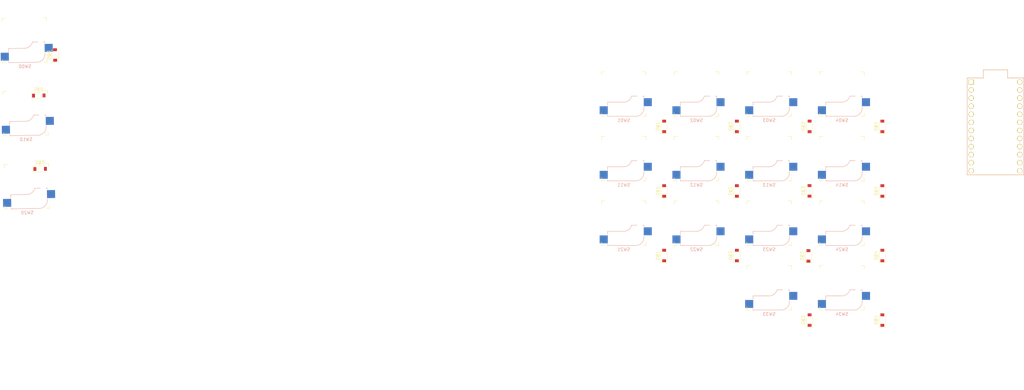
<source format=kicad_pcb>
(kicad_pcb (version 20211014) (generator pcbnew)
  (layers (0 "F.Cu" signal) (31 "B.Cu" signal) (34 "B.Paste" user) (35 "F.Paste" user) (36 "B.SilkS" user "B.Silkscreen") (37 "F.SilkS" user "F.Silkscreen") (38 "B.Mask" user) (39 "F.Mask" user) (44 "Edge.Cuts" user))
  (net 0 "")
  (net 1 "Net-(D10-Pad2)")
  (net 2 "Net-(D11-Pad2)")
  (net 3 "Net-(D12-Pad2)")
  (net 4 "Net-(D13-Pad1)")
  (net 5 "Net-(D13-Pad2)")
  (net 6 "Net-(D14-Pad2)")
  (net 7 "Net-(SW00-Pad1)")
  (net 8 "Net-(SW01-Pad1)")
  (net 9 "Net-(SW02-Pad1)")
  (net 10 "Net-(SW03-Pad1)")
  (net 11 "Net-(SW04-Pad1)")
  (net 28 "Net-(D00-Pad1)")
  (net 29 "Net-(D00-Pad2)")
  (net 30 "Net-(D01-Pad2)")
  (net 31 "Net-(D02-Pad2)")
  (net 32 "Net-(D03-Pad2)")
  (net 33 "Net-(D04-Pad2)")
  (net 34 "Net-(D23-Pad1)")
  (net 35 "Net-(D20-Pad2)")
  (net 36 "Net-(D21-Pad2)")
  (net 37 "Net-(D22-Pad2)")
  (net 38 "Net-(D23-Pad2)")
  (net 39 "Net-(D24-Pad2)")
  (net 40 "Net-(D33-Pad1)")
  (net 41 "Net-(D33-Pad2)")
  (net 42 "Net-(D34-Pad2)")
  (footprint "Diode_SMD:D_SOD-123" (layer "F.Cu") (at 147.32 78.74 90)
    (fp_text reference "D04" (at 0 -2 90) (layer "F.SilkS"))
    (fp_text value "1N4148")
    (fp_text user "K" (at 0 -1.8 90) (layer "F.SilkS"))
    (pad "1" smd rect (at -1.65 0 90) (size 0.9 1.2) (layers "F.Cu" "F.Paste" "F.Mask") (net 28 "Net-(D00-Pad1)"))
    (pad "2" smd rect (at 1.65 0 90) (size 0.9 1.2) (layers "F.Cu" "F.Paste" "F.Mask") (net 33 "Net-(D04-Pad2)"))
  )
  (footprint "keyswitches:Kailh_socket_MX" (layer "F.Cu") (at 88.9 68.58 180)
    (fp_text reference "SW02" (at 0 -8.255) (layer "B.SilkS") (effects (justify mirror)))
    (fp_text value "SW_Push")
    (pad "" np_thru_hole circle locked (at -5.08 0 180) (size 1.7018 1.7018) (drill 1.7018) (layers *.Cu *.Mask))
    (pad "" np_thru_hole circle locked (at 5.08 0 180) (size 1.7018 1.7018) (drill 1.7018) (layers *.Cu *.Mask))
    (pad "" np_thru_hole circle locked (at 0 0 180) (size 3.9878 3.9878) (drill 3.9878) (layers *.Cu *.Mask))
    (pad "" np_thru_hole circle locked (at 2.54 -5.08 180) (size 3 3) (drill 3) (layers *.Cu *.Mask))
    (pad "" np_thru_hole circle locked (at -3.81 -2.54 180) (size 3 3) (drill 3) (layers *.Cu *.Mask))
    (pad "1" smd rect locked (at 6.29 -5.08 180) (size 2.55 2.5) (layers "B.Cu" "B.Paste" "B.Mask") (net 9 "Net-(SW02-Pad1)"))
    (pad "2" smd rect locked (at -7.56 -2.54 180) (size 2.55 2.5) (layers "B.Cu" "B.Paste" "B.Mask") (net 31 "Net-(D02-Pad2)"))
  )
  (footprint "keyswitches:Kailh_socket_MX" (layer "F.Cu") (at 66.04 68.58 180)
    (fp_text reference "SW01" (at 0 -8.255) (layer "B.SilkS") (effects (justify mirror)))
    (fp_text value "SW_Push")
    (pad "" np_thru_hole circle locked (at 2.54 -5.08 180) (size 3 3) (drill 3) (layers *.Cu *.Mask))
    (pad "" np_thru_hole circle locked (at 0 0 180) (size 3.9878 3.9878) (drill 3.9878) (layers *.Cu *.Mask))
    (pad "" np_thru_hole circle locked (at -3.81 -2.54 180) (size 3 3) (drill 3) (layers *.Cu *.Mask))
    (pad "" np_thru_hole circle locked (at -5.08 0 180) (size 1.7018 1.7018) (drill 1.7018) (layers *.Cu *.Mask))
    (pad "" np_thru_hole circle locked (at 5.08 0 180) (size 1.7018 1.7018) (drill 1.7018) (layers *.Cu *.Mask))
    (pad "1" smd rect locked (at 6.29 -5.08 180) (size 2.55 2.5) (layers "B.Cu" "B.Paste" "B.Mask") (net 8 "Net-(SW01-Pad1)"))
    (pad "2" smd rect locked (at -7.56 -2.54 180) (size 2.55 2.5) (layers "B.Cu" "B.Paste" "B.Mask") (net 30 "Net-(D01-Pad2)"))
  )
  (footprint "keyswitches:Kailh_socket_MX" (layer "F.Cu") (at 134.62 88.9 180)
    (fp_text reference "SW14" (at 0 -8.255) (layer "B.SilkS") (effects (justify mirror)))
    (fp_text value "SW_Push")
    (pad "" np_thru_hole circle locked (at -5.08 0 180) (size 1.7018 1.7018) (drill 1.7018) (layers *.Cu *.Mask))
    (pad "" np_thru_hole circle locked (at 0 0 180) (size 3.9878 3.9878) (drill 3.9878) (layers *.Cu *.Mask))
    (pad "" np_thru_hole circle locked (at -3.81 -2.54 180) (size 3 3) (drill 3) (layers *.Cu *.Mask))
    (pad "" np_thru_hole circle locked (at 2.54 -5.08 180) (size 3 3) (drill 3) (layers *.Cu *.Mask))
    (pad "" np_thru_hole circle locked (at 5.08 0 180) (size 1.7018 1.7018) (drill 1.7018) (layers *.Cu *.Mask))
    (pad "1" smd rect locked (at 6.29 -5.08 180) (size 2.55 2.5) (layers "B.Cu" "B.Paste" "B.Mask") (net 11 "Net-(SW04-Pad1)"))
    (pad "2" smd rect locked (at -7.56 -2.54 180) (size 2.55 2.5) (layers "B.Cu" "B.Paste" "B.Mask") (net 6 "Net-(D14-Pad2)"))
  )
  (footprint "Diode_SMD:D_SOD-123" (layer "F.Cu") (at -117.377739 92.126354 1)
    (fp_text reference "D20" (at 0 -2 1) (layer "F.SilkS"))
    (fp_text value "1N4148")
    (fp_text user "K" (at 0 -1.8 1) (layer "F.SilkS"))
    (pad "1" smd rect (at -1.65 0 1) (size 0.9 1.2) (layers "F.Cu" "F.Paste" "F.Mask") (net 34 "Net-(D23-Pad1)"))
    (pad "2" smd rect (at 1.65 0 1) (size 0.9 1.2) (layers "F.Cu" "F.Paste" "F.Mask") (net 35 "Net-(D20-Pad2)"))
  )
  (footprint "keyswitches:Kailh_socket_MX" (layer "F.Cu") (at 111.76 68.58 180)
    (fp_text reference "SW03" (at 0 -8.255) (layer "B.SilkS") (effects (justify mirror)))
    (fp_text value "SW_Push")
    (pad "" np_thru_hole circle locked (at -5.08 0 180) (size 1.7018 1.7018) (drill 1.7018) (layers *.Cu *.Mask))
    (pad "" np_thru_hole circle locked (at 2.54 -5.08 180) (size 3 3) (drill 3) (layers *.Cu *.Mask))
    (pad "" np_thru_hole circle locked (at 5.08 0 180) (size 1.7018 1.7018) (drill 1.7018) (layers *.Cu *.Mask))
    (pad "" np_thru_hole circle locked (at -3.81 -2.54 180) (size 3 3) (drill 3) (layers *.Cu *.Mask))
    (pad "" np_thru_hole circle locked (at 0 0 180) (size 3.9878 3.9878) (drill 3.9878) (layers *.Cu *.Mask))
    (pad "1" smd rect locked (at 6.29 -5.08 180) (size 2.55 2.5) (layers "B.Cu" "B.Paste" "B.Mask") (net 10 "Net-(SW03-Pad1)"))
    (pad "2" smd rect locked (at -7.56 -2.54 180) (size 2.55 2.5) (layers "B.Cu" "B.Paste" "B.Mask") (net 32 "Net-(D03-Pad2)"))
  )
  (footprint "keyswitches:Kailh_socket_MX" (layer "F.Cu") (at -121.943749 74.596881 -179)
    (fp_text reference "SW10" (at 0 -8.255 -359) (layer "B.SilkS") (effects (justify mirror)))
    (fp_text value "SW_Push")
    (pad "" np_thru_hole circle locked (at -5.08 0 181) (size 1.7018 1.7018) (drill 1.7018) (layers *.Cu *.Mask))
    (pad "" np_thru_hole circle locked (at 2.54 -5.08 181) (size 3 3) (drill 3) (layers *.Cu *.Mask))
    (pad "" np_thru_hole circle locked (at -3.81 -2.54 181) (size 3 3) (drill 3) (layers *.Cu *.Mask))
    (pad "" np_thru_hole circle locked (at 0 0 181) (size 3.9878 3.9878) (drill 3.9878) (layers *.Cu *.Mask))
    (pad "" np_thru_hole circle locked (at 5.08 0 181) (size 1.7018 1.7018) (drill 1.7018) (layers *.Cu *.Mask))
    (pad "1" smd rect locked (at 6.29 -5.08 181) (size 2.55 2.5) (layers "B.Cu" "B.Paste" "B.Mask") (net 7 "Net-(SW00-Pad1)"))
    (pad "2" smd rect locked (at -7.56 -2.54 181) (size 2.55 2.5) (layers "B.Cu" "B.Paste" "B.Mask") (net 1 "Net-(D10-Pad2)"))
  )
  (footprint "Diode_SMD:D_SOD-123" (layer "F.Cu") (at 101.6 119.38 90)
    (fp_text reference "D22" (at 0 -2 90) (layer "F.SilkS"))
    (fp_text value "1N4148")
    (fp_text user "K" (at 0 -1.8 90) (layer "F.SilkS"))
    (pad "1" smd rect (at -1.65 0 90) (size 0.9 1.2) (layers "F.Cu" "F.Paste" "F.Mask") (net 34 "Net-(D23-Pad1)"))
    (pad "2" smd rect (at 1.65 0 90) (size 0.9 1.2) (layers "F.Cu" "F.Paste" "F.Mask") (net 37 "Net-(D22-Pad2)"))
  )
  (footprint "Diode_SMD:D_SOD-123" (layer "F.Cu") (at 124.46 139.7 90)
    (fp_text reference "D33" (at 0 -2 90) (layer "F.SilkS"))
    (fp_text value "1N4148")
    (fp_text user "K" (at 0 -1.8 90) (layer "F.SilkS"))
    (pad "1" smd rect (at -1.65 0 90) (size 0.9 1.2) (layers "F.Cu" "F.Paste" "F.Mask") (net 40 "Net-(D33-Pad1)"))
    (pad "2" smd rect (at 1.65 0 90) (size 0.9 1.2) (layers "F.Cu" "F.Paste" "F.Mask") (net 41 "Net-(D33-Pad2)"))
  )
  (footprint "keyswitches:Kailh_socket_MX" (layer "F.Cu") (at 111.76 88.9 180)
    (fp_text reference "SW13" (at 0 -8.255) (layer "B.SilkS") (effects (justify mirror)))
    (fp_text value "SW_Push")
    (pad "" np_thru_hole circle locked (at 0 0 180) (size 3.9878 3.9878) (drill 3.9878) (layers *.Cu *.Mask))
    (pad "" np_thru_hole circle locked (at -5.08 0 180) (size 1.7018 1.7018) (drill 1.7018) (layers *.Cu *.Mask))
    (pad "" np_thru_hole circle locked (at -3.81 -2.54 180) (size 3 3) (drill 3) (layers *.Cu *.Mask))
    (pad "" np_thru_hole circle locked (at 2.54 -5.08 180) (size 3 3) (drill 3) (layers *.Cu *.Mask))
    (pad "" np_thru_hole circle locked (at 5.08 0 180) (size 1.7018 1.7018) (drill 1.7018) (layers *.Cu *.Mask))
    (pad "1" smd rect locked (at 6.29 -5.08 180) (size 2.55 2.5) (layers "B.Cu" "B.Paste" "B.Mask") (net 10 "Net-(SW03-Pad1)"))
    (pad "2" smd rect locked (at -7.56 -2.54 180) (size 2.55 2.5) (layers "B.Cu" "B.Paste" "B.Mask") (net 5 "Net-(D13-Pad2)"))
  )
  (footprint "Diode_SMD:D_SOD-123" (layer "F.Cu") (at 78.74 119.38 90)
    (fp_text reference "D21" (at 0 -2 90) (layer "F.SilkS"))
    (fp_text value "1N4148")
    (fp_text user "K" (at 0 -1.8 90) (layer "F.SilkS"))
    (pad "1" smd rect (at -1.65 0 90) (size 0.9 1.2) (layers "F.Cu" "F.Paste" "F.Mask") (net 34 "Net-(D23-Pad1)"))
    (pad "2" smd rect (at 1.65 0 90) (size 0.9 1.2) (layers "F.Cu" "F.Paste" "F.Mask") (net 36 "Net-(D21-Pad2)"))
  )
  (footprint "keyswitches:Kailh_socket_MX" (layer "F.Cu") (at -121.56 97.63 -179)
    (fp_text reference "SW20" (at 0 -8.255 -359) (layer "B.SilkS") (effects (justify mirror)))
    (fp_text value "SW_Push")
    (pad "" np_thru_hole circle locked (at -5.08 0 181) (size 1.7018 1.7018) (drill 1.7018) (layers *.Cu *.Mask))
    (pad "" np_thru_hole circle locked (at -3.81 -2.54 181) (size 3 3) (drill 3) (layers *.Cu *.Mask))
    (pad "" np_thru_hole circle locked (at 5.08 0 181) (size 1.7018 1.7018) (drill 1.7018) (layers *.Cu *.Mask))
    (pad "" np_thru_hole circle locked (at 2.54 -5.08 181) (size 3 3) (drill 3) (layers *.Cu *.Mask))
    (pad "" np_thru_hole circle locked (at 0 0 181) (size 3.9878 3.9878) (drill 3.9878) (layers *.Cu *.Mask))
    (pad "1" smd rect locked (at 6.29 -5.08 181) (size 2.55 2.5) (layers "B.Cu" "B.Paste" "B.Mask") (net 7 "Net-(SW00-Pad1)"))
    (pad "2" smd rect locked (at -7.56 -2.54 181) (size 2.55 2.5) (layers "B.Cu" "B.Paste" "B.Mask") (net 35 "Net-(D20-Pad2)"))
  )
  (footprint "Diode_SMD:D_SOD-123" (layer "F.Cu") (at 78.74 99.06 90)
    (fp_text reference "D11" (at 0 -2 90) (layer "F.SilkS"))
    (fp_text value "1N4148")
    (fp_text user "K" (at 0 -1.8 90) (layer "F.SilkS"))
    (pad "1" smd rect (at -1.65 0 90) (size 0.9 1.2) (layers "F.Cu" "F.Paste" "F.Mask") (net 4 "Net-(D13-Pad1)"))
    (pad "2" smd rect (at 1.65 0 90) (size 0.9 1.2) (layers "F.Cu" "F.Paste" "F.Mask") (net 2 "Net-(D11-Pad2)"))
  )
  (footprint "keyswitches:Kailh_socket_MX" (layer "F.Cu") (at 111.76 109.22 180)
    (fp_text reference "SW23" (at 0 -8.255) (layer "B.SilkS") (effects (justify mirror)))
    (fp_text value "SW_Push")
    (pad "" np_thru_hole circle locked (at 0 0 180) (size 3.9878 3.9878) (drill 3.9878) (layers *.Cu *.Mask))
    (pad "" np_thru_hole circle locked (at -3.81 -2.54 180) (size 3 3) (drill 3) (layers *.Cu *.Mask))
    (pad "" np_thru_hole circle locked (at 2.54 -5.08 180) (size 3 3) (drill 3) (layers *.Cu *.Mask))
    (pad "" np_thru_hole circle locked (at 5.08 0 180) (size 1.7018 1.7018) (drill 1.7018) (layers *.Cu *.Mask))
    (pad "" np_thru_hole circle locked (at -5.08 0 180) (size 1.7018 1.7018) (drill 1.7018) (layers *.Cu *.Mask))
    (pad "1" smd rect locked (at 6.29 -5.08 180) (size 2.55 2.5) (layers "B.Cu" "B.Paste" "B.Mask") (net 10 "Net-(SW03-Pad1)"))
    (pad "2" smd rect locked (at -7.56 -2.54 180) (size 2.55 2.5) (layers "B.Cu" "B.Paste" "B.Mask") (net 38 "Net-(D23-Pad2)"))
  )
  (footprint "Diode_SMD:D_SOD-123" (layer "F.Cu") (at 101.6 78.74 90)
    (fp_text reference "D02" (at 0 -2 90) (layer "F.SilkS"))
    (fp_text value "1N4148")
    (fp_text user "K" (at 0 -1.8 90) (layer "F.SilkS"))
    (pad "1" smd rect (at -1.65 0 90) (size 0.9 1.2) (layers "F.Cu" "F.Paste" "F.Mask") (net 28 "Net-(D00-Pad1)"))
    (pad "2" smd rect (at 1.65 0 90) (size 0.9 1.2) (layers "F.Cu" "F.Paste" "F.Mask") (net 31 "Net-(D02-Pad2)"))
  )
  (footprint "keyswitches:Kailh_socket_MX" (layer "F.Cu") (at 66.04 109.22 180)
    (fp_text reference "SW21" (at 0 -8.255) (layer "B.SilkS") (effects (justify mirror)))
    (fp_text value "SW_Push")
    (pad "" np_thru_hole circle locked (at 0 0 180) (size 3.9878 3.9878) (drill 3.9878) (layers *.Cu *.Mask))
    (pad "" np_thru_hole circle locked (at -3.81 -2.54 180) (size 3 3) (drill 3) (layers *.Cu *.Mask))
    (pad "" np_thru_hole circle locked (at 5.08 0 180) (size 1.7018 1.7018) (drill 1.7018) (layers *.Cu *.Mask))
    (pad "" np_thru_hole circle locked (at 2.54 -5.08 180) (size 3 3) (drill 3) (layers *.Cu *.Mask))
    (pad "" np_thru_hole circle locked (at -5.08 0 180) (size 1.7018 1.7018) (drill 1.7018) (layers *.Cu *.Mask))
    (pad "1" smd rect locked (at 6.29 -5.08 180) (size 2.55 2.5) (layers "B.Cu" "B.Paste" "B.Mask") (net 8 "Net-(SW01-Pad1)"))
    (pad "2" smd rect locked (at -7.56 -2.54 180) (size 2.55 2.5) (layers "B.Cu" "B.Paste" "B.Mask") (net 36 "Net-(D21-Pad2)"))
  )
  (footprint "keyswitches:Kailh_socket_MX" (layer "F.Cu") (at 111.76 129.54 180)
    (fp_text reference "SW33" (at 0 -8.255) (layer "B.SilkS") (effects (justify mirror)))
    (fp_text value "SW_Push")
    (pad "" np_thru_hole circle locked (at 5.08 0 180) (size 1.7018 1.7018) (drill 1.7018) (layers *.Cu *.Mask))
    (pad "" np_thru_hole circle locked (at -5.08 0 180) (size 1.7018 1.7018) (drill 1.7018) (layers *.Cu *.Mask))
    (pad "" np_thru_hole circle locked (at 2.54 -5.08 180) (size 3 3) (drill 3) (layers *.Cu *.Mask))
    (pad "" np_thru_hole circle locked (at -3.81 -2.54 180) (size 3 3) (drill 3) (layers *.Cu *.Mask))
    (pad "" np_thru_hole circle locked (at 0 0 180) (size 3.9878 3.9878) (drill 3.9878) (layers *.Cu *.Mask))
    (pad "1" smd rect locked (at 6.29 -5.08 180) (size 2.55 2.5) (layers "B.Cu" "B.Paste" "B.Mask") (net 10 "Net-(SW03-Pad1)"))
    (pad "2" smd rect locked (at -7.56 -2.54 180) (size 2.55 2.5) (layers "B.Cu" "B.Paste" "B.Mask") (net 41 "Net-(D33-Pad2)"))
  )
  (footprint "Diode_SMD:D_SOD-123" (layer "F.Cu") (at 147.32 119.38 90)
    (fp_text reference "D24" (at 0 -2 90) (layer "F.SilkS"))
    (fp_text value "1N4148")
    (fp_text user "K" (at 0 -1.8 90) (layer "F.SilkS"))
    (pad "1" smd rect (at -1.65 0 90) (size 0.9 1.2) (layers "F.Cu" "F.Paste" "F.Mask") (net 34 "Net-(D23-Pad1)"))
    (pad "2" smd rect (at 1.65 0 90) (size 0.9 1.2) (layers "F.Cu" "F.Paste" "F.Mask") (net 39 "Net-(D24-Pad2)"))
  )
  (footprint "Diode_SMD:D_SOD-123" (layer "F.Cu") (at 124.46 78.74 90)
    (fp_text reference "D03" (at 0 -2 90) (layer "F.SilkS"))
    (fp_text value "1N4148")
    (fp_text user "K" (at 0 -1.8 90) (layer "F.SilkS"))
    (pad "1" smd rect (at -1.65 0 90) (size 0.9 1.2) (layers "F.Cu" "F.Paste" "F.Mask") (net 28 "Net-(D00-Pad1)"))
    (pad "2" smd rect (at 1.65 0 90) (size 0.9 1.2) (layers "F.Cu" "F.Paste" "F.Mask") (net 32 "Net-(D03-Pad2)"))
  )
  (footprint "Diode_SMD:D_SOD-123" (layer "F.Cu") (at -112.690034 56.269642 91)
    (fp_text reference "D00" (at 0 -2 91) (layer "F.SilkS"))
    (fp_text value "1N4148")
    (fp_text user "K" (at 0 -1.8 91) (layer "F.SilkS"))
    (pad "1" smd rect (at -1.65 0 91) (size 0.9 1.2) (layers "F.Cu" "F.Paste" "F.Mask") (net 28 "Net-(D00-Pad1)"))
    (pad "2" smd rect (at 1.65 0 91) (size 0.9 1.2) (layers "F.Cu" "F.Paste" "F.Mask") (net 29 "Net-(D00-Pad2)"))
  )
  (footprint "keyswitches:Kailh_socket_MX" (layer "F.Cu") (at 88.9 109.22 180)
    (fp_text reference "SW22" (at 0 -8.255) (layer "B.SilkS") (effects (justify mirror)))
    (fp_text value "SW_Push")
    (pad "" np_thru_hole circle locked (at 2.54 -5.08 180) (size 3 3) (drill 3) (layers *.Cu *.Mask))
    (pad "" np_thru_hole circle locked (at -5.08 0 180) (size 1.7018 1.7018) (drill 1.7018) (layers *.Cu *.Mask))
    (pad "" np_thru_hole circle locked (at 5.08 0 180) (size 1.7018 1.7018) (drill 1.7018) (layers *.Cu *.Mask))
    (pad "" np_thru_hole circle locked (at -3.81 -2.54 180) (size 3 3) (drill 3) (layers *.Cu *.Mask))
    (pad "" np_thru_hole circle locked (at 0 0 180) (size 3.9878 3.9878) (drill 3.9878) (layers *.Cu *.Mask))
    (pad "1" smd rect locked (at 6.29 -5.08 180) (size 2.55 2.5) (layers "B.Cu" "B.Paste" "B.Mask") (net 9 "Net-(SW02-Pad1)"))
    (pad "2" smd rect locked (at -7.56 -2.54 180) (size 2.55 2.5) (layers "B.Cu" "B.Paste" "B.Mask") (net 37 "Net-(D22-Pad2)"))
  )
  (footprint "keyswitches:Kailh_socket_MX" (layer "F.Cu") (at 66.04 88.9 180)
    (fp_text reference "SW11" (at 0 -8.255) (layer "B.SilkS") (effects (justify mirror)))
    (fp_text value "SW_Push")
    (pad "" np_thru_hole circle locked (at 2.54 -5.08 180) (size 3 3) (drill 3) (layers *.Cu *.Mask))
    (pad "" np_thru_hole circle locked (at -3.81 -2.54 180) (size 3 3) (drill 3) (layers *.Cu *.Mask))
    (pad "" np_thru_hole circle locked (at -5.08 0 180) (size 1.7018 1.7018) (drill 1.7018) (layers *.Cu *.Mask))
    (pad "" np_thru_hole circle locked (at 5.08 0 180) (size 1.7018 1.7018) (drill 1.7018) (layers *.Cu *.Mask))
    (pad "" np_thru_hole circle locked (at 0 0 180) (size 3.9878 3.9878) (drill 3.9878) (layers *.Cu *.Mask))
    (pad "1" smd rect locked (at 6.29 -5.08 180) (size 2.55 2.5) (layers "B.Cu" "B.Paste" "B.Mask") (net 8 "Net-(SW01-Pad1)"))
    (pad "2" smd rect locked (at -7.56 -2.54 180) (size 2.55 2.5) (layers "B.Cu" "B.Paste" "B.Mask") (net 2 "Net-(D11-Pad2)"))
  )
  (footprint "keyswitches:Kailh_socket_MX" (layer "F.Cu") (at 134.62 129.54 180)
    (fp_text reference "SW34" (at 0 -8.255) (layer "B.SilkS") (effects (justify mirror)))
    (fp_text value "SW_Push")
    (pad "" np_thru_hole circle locked (at -3.81 -2.54 180) (size 3 3) (drill 3) (layers *.Cu *.Mask))
    (pad "" np_thru_hole circle locked (at 5.08 0 180) (size 1.7018 1.7018) (drill 1.7018) (layers *.Cu *.Mask))
    (pad "" np_thru_hole circle locked (at 2.54 -5.08 180) (size 3 3) (drill 3) (layers *.Cu *.Mask))
    (pad "" np_thru_hole circle locked (at 0 0 180) (size 3.9878 3.9878) (drill 3.9878) (layers *.Cu *.Mask))
    (pad "" np_thru_hole circle locked (at -5.08 0 180) (size 1.7018 1.7018) (drill 1.7018) (layers *.Cu *.Mask))
    (pad "1" smd rect locked (at 6.29 -5.08 180) (size 2.55 2.5) (layers "B.Cu" "B.Paste" "B.Mask") (net 11 "Net-(SW04-Pad1)"))
    (pad "2" smd rect locked (at -7.56 -2.54 180) (size 2.55 2.5) (layers "B.Cu" "B.Paste" "B.Mask") (net 42 "Net-(D34-Pad2)"))
  )
  (footprint "Diode_SMD:D_SOD-123" (layer "F.Cu") (at 78.74 78.74 90)
    (fp_text reference "D01" (at 0 -2 90) (layer "F.SilkS"))
    (fp_text value "1N4148")
    (fp_text user "K" (at 0 -1.8 90) (layer "F.SilkS"))
    (pad "1" smd rect (at -1.65 0 90) (size 0.9 1.2) (layers "F.Cu" "F.Paste" "F.Mask") (net 28 "Net-(D00-Pad1)"))
    (pad "2" smd rect (at 1.65 0 90) (size 0.9 1.2) (layers "F.Cu" "F.Paste" "F.Mask") (net 30 "Net-(D01-Pad2)"))
  )
  (footprint "keyswitches:Kailh_socket_MX" (layer "F.Cu") (at -122.295194 51.62 -179)
    (fp_text reference "SW00" (at 0 -8.255 -359) (layer "B.SilkS") (effects (justify mirror)))
    (fp_text value "SW_Push")
    (pad "" np_thru_hole circle locked (at 5.08 0 181) (size 1.7018 1.7018) (drill 1.7018) (layers *.Cu *.Mask))
    (pad "" np_thru_hole circle locked (at 2.54 -5.08 181) (size 3 3) (drill 3) (layers *.Cu *.Mask))
    (pad "" np_thru_hole circle locked (at -5.08 0 181) (size 1.7018 1.7018) (drill 1.7018) (layers *.Cu *.Mask))
    (pad "" np_thru_hole circle locked (at 0 0 181) (size 3.9878 3.9878) (drill 3.9878) (layers *.Cu *.Mask))
    (pad "" np_thru_hole circle locked (at -3.81 -2.54 181) (size 3 3) (drill 3) (layers *.Cu *.Mask))
    (pad "1" smd rect locked (at 6.29 -5.08 181) (size 2.55 2.5) (layers "B.Cu" "B.Paste" "B.Mask") (net 7 "Net-(SW00-Pad1)"))
    (pad "2" smd rect locked (at -7.56 -2.54 181) (size 2.55 2.5) (layers "B.Cu" "B.Paste" "B.Mask") (net 29 "Net-(D00-Pad2)"))
  )
  (footprint "Diode_SMD:D_SOD-123" (layer "F.Cu") (at 124.433878 99.02674 90)
    (fp_text reference "D13" (at 0 -2 90) (layer "F.SilkS"))
    (fp_text value "1N4148")
    (fp_text user "K" (at 0 -1.8 90) (layer "F.SilkS"))
    (pad "1" smd rect (at -1.65 0 90) (size 0.9 1.2) (layers "F.Cu" "F.Paste" "F.Mask") (net 4 "Net-(D13-Pad1)"))
    (pad "2" smd rect (at 1.65 0 90) (size 0.9 1.2) (layers "F.Cu" "F.Paste" "F.Mask") (net 5 "Net-(D13-Pad2)"))
  )
  (footprint "Diode_SMD:D_SOD-123" (layer "F.Cu") (at 147.32 139.7 90)
    (fp_text reference "D34" (at 0 -2 90) (layer "F.SilkS"))
    (fp_text value "1N4148")
    (fp_text user "K" (at 0 -1.8 90) (layer "F.SilkS"))
    (pad "1" smd rect (at -1.65 0 90) (size 0.9 1.2) (layers "F.Cu" "F.Paste" "F.Mask") (net 40 "Net-(D33-Pad1)"))
    (pad "2" smd rect (at 1.65 0 90) (size 0.9 1.2) (layers "F.Cu" "F.Paste" "F.Mask") (net 42 "Net-(D34-Pad2)"))
  )
  (footprint "Diode_SMD:D_SOD-123" (layer "F.Cu") (at -117.81 69.04 1)
    (fp_text reference "D10" (at 0 -2 1) (layer "F.SilkS"))
    (fp_text value "1N4148")
    (fp_text user "K" (at 0 -1.8 1) (layer "F.SilkS"))
    (pad "1" smd rect (at -1.65 0 1) (size 0.9 1.2) (layers "F.Cu" "F.Paste" "F.Mask") (net 4 "Net-(D13-Pad1)"))
    (pad "2" smd rect (at 1.65 0 1) (size 0.9 1.2) (layers "F.Cu" "F.Paste" "F.Mask") (net 1 "Net-(D10-Pad2)"))
  )
  (footprint "promicro:ProMicro" (layer "F.Cu") (at 182.88 78.74 -90)
    (fp_text reference "U1" hide)
    (fp_text value "ProMicro")
    (pad "1" thru_hole rect locked (at -13.97 7.62 270) (size 1.6 1.6) (drill 1.1) (layers *.Cu *.Mask "F.SilkS"))
    (pad "2" thru_hole circle locked (at -11.43 7.62 270) (size 1.6 1.6) (drill 1.1) (layers *.Cu *.Mask "F.SilkS"))
    (pad "3" thru_hole circle locked (at -8.89 7.62 270) (size 1.6 1.6) (drill 1.1) (layers *.Cu *.Mask "F.SilkS"))
    (pad "4" thru_hole circle locked (at -6.35 7.62 270) (size 1.6 1.6) (drill 1.1) (layers *.Cu *.Mask "F.SilkS"))
    (pad "5" thru_hole circle locked (at -3.81 7.62 270) (size 1.6 1.6) (drill 1.1) (layers *.Cu *.Mask "F.SilkS"))
    (pad "6" thru_hole circle locked (at -1.27 7.62 270) (size 1.6 1.6) (drill 1.1) (layers *.Cu *.Mask "F.SilkS"))
    (pad "7" thru_hole circle locked (at 1.27 7.62 270) (size 1.6 1.6) (drill 1.1) (layers *.Cu *.Mask "F.SilkS") (net 7 "Net-(SW00-Pad1)"))
    (pad "8" thru_hole circle locked (at 3.81 7.62 270) (size 1.6 1.6) (drill 1.1) (layers *.Cu *.Mask "F.SilkS") (net 8 "Net-(SW01-Pad1)"))
    (pad "9" thru_hole circle locked (at 6.35 7.62 270) (size 1.6 1.6) (drill 1.1) (layers *.Cu *.Mask "F.SilkS"))
    (pad "10" thru_hole circle locked (at 8.89 7.62 270) (size 1.6 1.6) (drill 1.1) (layers *.Cu *.Mask "F.SilkS") (net 10 "Net-(SW03-Pad1)"))
    (pad "11" thru_hole circle locked (at 11.43 7.62 270) (size 1.6 1.6) (drill 1.1) (layers *.Cu *.Mask "F.SilkS") (net 11 "Net-(SW04-Pad1)"))
    (pad "12" thru_hole circle locked (at 13.97 7.62 270) (size 1.6 1.6) (drill 1.1) (layers *.Cu *.Mask "F.SilkS"))
    (pad "13" thru_hole circle locked (at 13.97 -7.62 270) (size 1.6 1.6) (drill 1.1) (layers *.Cu *.Mask "F.SilkS"))
    (pad "14" thru_hole circle locked (at 11.43 -7.62 270) (size 1.6 1.6) (drill 1.1) (layers *.Cu *.Mask "F.SilkS") (net 28 "Net-(D00-Pad1)"))
    (pad "15" thru_hole circle locked (at 8.89 -7.62 270) (size 1.6 1.6) (drill 1.1) (layers *.Cu *.Mask "F.SilkS") (net 4 "Net-(D13-Pad1)"))
    (pad "16" thru_hole circle locked (at 6.35 -7.62 270) (size 1.6 1.6) (drill 1.1) (layers *.Cu *.Mask "F.SilkS") (net 34 "Net-(D23-Pad1)"))
    (pad "17" thru_hole circle locked (at 3.81 -7.62 270) (size 1.6 1.6) (drill 1.1) (layers *.Cu *.Mask "F.SilkS") (net 40 "Net-(D33-Pad1)"))
    (pad "18" thru_hole circle locked (at 1.27 -7.62 270) (size 1.6 1.6) (drill 1.1) (layers *.Cu *.Mask "F.SilkS"))
    (pad "19" thru_hole circle locked (at -1.27 -7.62 270) (size 1.6 1.6) (drill 1.1) (layers *.Cu *.Mask "F.SilkS"))
    (pad "20" thru_hole circle locked (at -3.81 -7.62 270) (size 1.6 1.6) (drill 1.1) (layers *.Cu *.Mask "F.SilkS"))
    (pad "21" thru_hole circle locked (at -6.35 -7.62 270) (size 1.6 1.6) (drill 1.1) (layers *.Cu *.Mask "F.SilkS"))
    (pad "22" thru_hole circle locked (at -8.89 -7.62 270) (size 1.6 1.6) (drill 1.1) (layers *.Cu *.Mask "F.SilkS"))
    (pad "23" thru_hole circle locked (at -11.43 -7.62 270) (size 1.6 1.6) (drill 1.1) (layers *.Cu *.Mask "F.SilkS"))
    (pad "24" thru_hole circle locked (at -13.97 -7.62 270) (size 1.6 1.6) (drill 1.1) (layers *.Cu *.Mask "F.SilkS"))
  )
  (footprint "Diode_SMD:D_SOD-123" (layer "F.Cu") (at 147.32 99.06 90)
    (fp_text reference "D14" (at 0 -2 90) (layer "F.SilkS"))
    (fp_text value "1N4148")
    (fp_text user "K" (at 0 -1.8 90) (layer "F.SilkS"))
    (pad "1" smd rect (at -1.65 0 90) (size 0.9 1.2) (layers "F.Cu" "F.Paste" "F.Mask") (net 4 "Net-(D13-Pad1)"))
    (pad "2" smd rect (at 1.65 0 90) (size 0.9 1.2) (layers "F.Cu" "F.Paste" "F.Mask") (net 6 "Net-(D14-Pad2)"))
  )
  (footprint "Diode_SMD:D_SOD-123" (layer "F.Cu") (at 124.084969 119.499536 90)
    (fp_text reference "D23" (at 0 -2 90) (layer "F.SilkS"))
    (fp_text value "1N4148")
    (fp_text user "K" (at 0 -1.8 90) (layer "F.SilkS"))
    (pad "1" smd rect (at -1.65 0 90) (size 0.9 1.2) (layers "F.Cu" "F.Paste" "F.Mask") (net 34 "Net-(D23-Pad1)"))
    (pad "2" smd rect (at 1.65 0 90) (size 0.9 1.2) (layers "F.Cu" "F.Paste" "F.Mask") (net 38 "Net-(D23-Pad2)"))
  )
  (footprint "keyswitches:Kailh_socket_MX" (layer "F.Cu") (at 134.62 68.58 180)
    (fp_text reference "SW04" (at 0 -8.255) (layer "B.SilkS") (effects (justify mirror)))
    (fp_text value "SW_Push")
    (pad "" np_thru_hole circle locked (at -5.08 0 180) (size 1.7018 1.7018) (drill 1.7018) (layers *.Cu *.Mask))
    (pad "" np_thru_hole circle locked (at -3.81 -2.54 180) (size 3 3) (drill 3) (layers *.Cu *.Mask))
    (pad "" np_thru_hole circle locked (at 5.08 0 180) (size 1.7018 1.7018) (drill 1.7018) (layers *.Cu *.Mask))
    (pad "" np_thru_hole circle locked (at 0 0 180) (size 3.9878 3.9878) (drill 3.9878) (layers *.Cu *.Mask))
    (pad "" np_thru_hole circle locked (at 2.54 -5.08 180) (size 3 3) (drill 3) (layers *.Cu *.Mask))
    (pad "1" smd rect locked (at 6.29 -5.08 180) (size 2.55 2.5) (layers "B.Cu" "B.Paste" "B.Mask") (net 11 "Net-(SW04-Pad1)"))
    (pad "2" smd rect locked (at -7.56 -2.54 180) (size 2.55 2.5) (layers "B.Cu" "B.Paste" "B.Mask") (net 33 "Net-(D04-Pad2)"))
  )
  (footprint "keyswitches:Kailh_socket_MX" (layer "F.Cu") (at 134.62 109.22 180)
    (fp_text reference "SW24" (at 0 -8.255) (layer "B.SilkS") (effects (justify mirror)))
    (fp_text value "SW_Push")
    (pad "" np_thru_hole circle locked (at 0 0 180) (size 3.9878 3.9878) (drill 3.9878) (layers *.Cu *.Mask))
    (pad "" np_thru_hole circle locked (at 2.54 -5.08 180) (size 3 3) (drill 3) (layers *.Cu *.Mask))
    (pad "" np_thru_hole circle locked (at -3.81 -2.54 180) (size 3 3) (drill 3) (layers *.Cu *.Mask))
    (pad "" np_thru_hole circle locked (at -5.08 0 180) (size 1.7018 1.7018) (drill 1.7018) (layers *.Cu *.Mask))
    (pad "" np_thru_hole circle locked (at 5.08 0 180) (size 1.7018 1.7018) (drill 1.7018) (layers *.Cu *.Mask))
    (pad "1" smd rect locked (at 6.29 -5.08 180) (size 2.55 2.5) (layers "B.Cu" "B.Paste" "B.Mask") (net 11 "Net-(SW04-Pad1)"))
    (pad "2" smd rect locked (at -7.56 -2.54 180) (size 2.55 2.5) (layers "B.Cu" "B.Paste" "B.Mask") (net 39 "Net-(D24-Pad2)"))
  )
  (footprint "keyswitches:Kailh_socket_MX" (layer "F.Cu") (at 88.9 88.9 180)
    (fp_text reference "SW12" (at 0 -8.255) (layer "B.SilkS") (effects (justify mirror)))
    (fp_text value "SW_Push")
    (pad "" np_thru_hole circle locked (at -3.81 -2.54 180) (size 3 3) (drill 3) (layers *.Cu *.Mask))
    (pad "" np_thru_hole circle locked (at 5.08 0 180) (size 1.7018 1.7018) (drill 1.7018) (layers *.Cu *.Mask))
    (pad "" np_thru_hole circle locked (at -5.08 0 180) (size 1.7018 1.7018) (drill 1.7018) (layers *.Cu *.Mask))
    (pad "" np_thru_hole circle locked (at 0 0 180) (size 3.9878 3.9878) (drill 3.9878) (layers *.Cu *.Mask))
    (pad "" np_thru_hole circle locked (at 2.54 -5.08 180) (size 3 3) (drill 3) (layers *.Cu *.Mask))
    (pad "1" smd rect locked (at 6.29 -5.08 180) (size 2.55 2.5) (layers "B.Cu" "B.Paste" "B.Mask") (net 9 "Net-(SW02-Pad1)"))
    (pad "2" smd rect locked (at -7.56 -2.54 180) (size 2.55 2.5) (layers "B.Cu" "B.Paste" "B.Mask") (net 3 "Net-(D12-Pad2)"))
  )
  (footprint "Diode_SMD:D_SOD-123" (layer "F.Cu") (at 101.6 99.06 90)
    (fp_text reference "D12" (at 0 -2 90) (layer "F.SilkS"))
    (fp_text value "1N4148")
    (fp_text user "K" (at 0 -1.8 90) (layer "F.SilkS"))
    (pad "1" smd rect (at -1.65 0 90) (size 0.9 1.2) (layers "F.Cu" "F.Paste" "F.Mask") (net 4 "Net-(D13-Pad1)"))
    (pad "2" smd rect (at 1.65 0 90) (size 0.9 1.2) (layers "F.Cu" "F.Paste" "F.Mask") (net 3 "Net-(D12-Pad2)"))
  )
)
</source>
